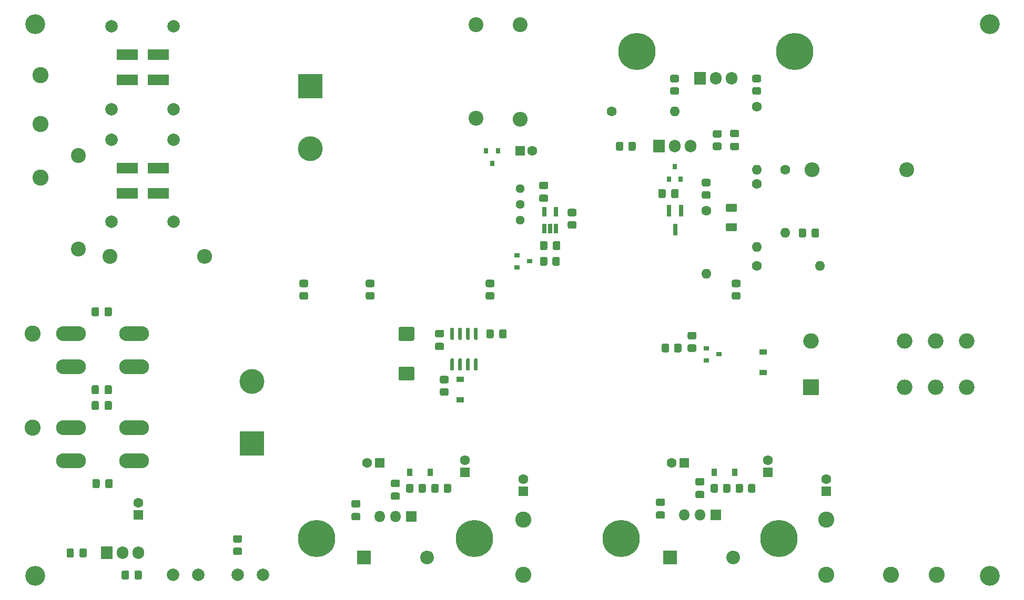
<source format=gbr>
G04 #@! TF.GenerationSoftware,KiCad,Pcbnew,(5.1.9-0-10_14)*
G04 #@! TF.CreationDate,2021-02-20T18:33:09+01:00*
G04 #@! TF.ProjectId,hv-power-supply-v1,68762d70-6f77-4657-922d-737570706c79,rev?*
G04 #@! TF.SameCoordinates,Original*
G04 #@! TF.FileFunction,Soldermask,Top*
G04 #@! TF.FilePolarity,Negative*
%FSLAX46Y46*%
G04 Gerber Fmt 4.6, Leading zero omitted, Abs format (unit mm)*
G04 Created by KiCad (PCBNEW (5.1.9-0-10_14)) date 2021-02-20 18:33:09*
%MOMM*%
%LPD*%
G01*
G04 APERTURE LIST*
%ADD10O,2.400000X2.400000*%
%ADD11C,2.400000*%
%ADD12O,4.800600X2.400300*%
%ADD13R,0.900000X1.200000*%
%ADD14C,1.600000*%
%ADD15R,1.600000X1.600000*%
%ADD16R,3.500000X1.800000*%
%ADD17C,2.000000*%
%ADD18O,1.600000X1.600000*%
%ADD19R,0.650000X1.560000*%
%ADD20O,1.905000X2.000000*%
%ADD21R,1.905000X2.000000*%
%ADD22R,0.800000X1.900000*%
%ADD23C,2.600000*%
%ADD24R,0.800000X0.900000*%
%ADD25C,1.440000*%
%ADD26O,2.500000X2.500000*%
%ADD27R,2.500000X2.500000*%
%ADD28R,1.200000X0.900000*%
%ADD29O,2.200000X2.200000*%
%ADD30R,2.200000X2.200000*%
%ADD31R,0.900000X0.800000*%
%ADD32C,4.000000*%
%ADD33R,4.000000X4.000000*%
%ADD34C,5.999480*%
%ADD35R,1.800000X1.800000*%
%ADD36O,1.800000X1.800000*%
%ADD37C,3.200000*%
G04 APERTURE END LIST*
D10*
X183604000Y-74064000D03*
D11*
X198844000Y-74064000D03*
D12*
X64351000Y-100480000D03*
X74511000Y-100480000D03*
X74511000Y-120927000D03*
X64351000Y-120927000D03*
X74511000Y-115593000D03*
X64351000Y-115593000D03*
X64351000Y-105814000D03*
X74511000Y-105814000D03*
D13*
X122136000Y-122832000D03*
X118836000Y-122832000D03*
D14*
X127724000Y-120832000D03*
D15*
X127724000Y-122832000D03*
D13*
X171156000Y-122832000D03*
X167856000Y-122832000D03*
D14*
X176492000Y-120832000D03*
D15*
X176492000Y-122832000D03*
D14*
X161030000Y-121308000D03*
D15*
X163030000Y-121308000D03*
G36*
G01*
X102266001Y-92952000D02*
X101365999Y-92952000D01*
G75*
G02*
X101116000Y-92702001I0J249999D01*
G01*
X101116000Y-92001999D01*
G75*
G02*
X101365999Y-91752000I249999J0D01*
G01*
X102266001Y-91752000D01*
G75*
G02*
X102516000Y-92001999I0J-249999D01*
G01*
X102516000Y-92702001D01*
G75*
G02*
X102266001Y-92952000I-249999J0D01*
G01*
G37*
G36*
G01*
X102266001Y-94952000D02*
X101365999Y-94952000D01*
G75*
G02*
X101116000Y-94702001I0J249999D01*
G01*
X101116000Y-94001999D01*
G75*
G02*
X101365999Y-93752000I249999J0D01*
G01*
X102266001Y-93752000D01*
G75*
G02*
X102516000Y-94001999I0J-249999D01*
G01*
X102516000Y-94702001D01*
G75*
G02*
X102266001Y-94952000I-249999J0D01*
G01*
G37*
D10*
X85814000Y-88034000D03*
D11*
X70574000Y-88034000D03*
D16*
X73368000Y-59586000D03*
X78368000Y-59586000D03*
X78368000Y-73810000D03*
X73368000Y-73810000D03*
X78368000Y-77874000D03*
X73368000Y-77874000D03*
X73368000Y-55522000D03*
X78368000Y-55522000D03*
D17*
X70828000Y-69238000D03*
X80828000Y-69238000D03*
X70828000Y-82446000D03*
X80828000Y-82446000D03*
X70828000Y-64285000D03*
X80828000Y-64285000D03*
X70828000Y-50950000D03*
X80828000Y-50950000D03*
G36*
G01*
X125842000Y-101455000D02*
X125542000Y-101455000D01*
G75*
G02*
X125392000Y-101305000I0J150000D01*
G01*
X125392000Y-99655000D01*
G75*
G02*
X125542000Y-99505000I150000J0D01*
G01*
X125842000Y-99505000D01*
G75*
G02*
X125992000Y-99655000I0J-150000D01*
G01*
X125992000Y-101305000D01*
G75*
G02*
X125842000Y-101455000I-150000J0D01*
G01*
G37*
G36*
G01*
X127112000Y-101455000D02*
X126812000Y-101455000D01*
G75*
G02*
X126662000Y-101305000I0J150000D01*
G01*
X126662000Y-99655000D01*
G75*
G02*
X126812000Y-99505000I150000J0D01*
G01*
X127112000Y-99505000D01*
G75*
G02*
X127262000Y-99655000I0J-150000D01*
G01*
X127262000Y-101305000D01*
G75*
G02*
X127112000Y-101455000I-150000J0D01*
G01*
G37*
G36*
G01*
X128382000Y-101455000D02*
X128082000Y-101455000D01*
G75*
G02*
X127932000Y-101305000I0J150000D01*
G01*
X127932000Y-99655000D01*
G75*
G02*
X128082000Y-99505000I150000J0D01*
G01*
X128382000Y-99505000D01*
G75*
G02*
X128532000Y-99655000I0J-150000D01*
G01*
X128532000Y-101305000D01*
G75*
G02*
X128382000Y-101455000I-150000J0D01*
G01*
G37*
G36*
G01*
X129652000Y-101455000D02*
X129352000Y-101455000D01*
G75*
G02*
X129202000Y-101305000I0J150000D01*
G01*
X129202000Y-99655000D01*
G75*
G02*
X129352000Y-99505000I150000J0D01*
G01*
X129652000Y-99505000D01*
G75*
G02*
X129802000Y-99655000I0J-150000D01*
G01*
X129802000Y-101305000D01*
G75*
G02*
X129652000Y-101455000I-150000J0D01*
G01*
G37*
G36*
G01*
X129652000Y-106405000D02*
X129352000Y-106405000D01*
G75*
G02*
X129202000Y-106255000I0J150000D01*
G01*
X129202000Y-104605000D01*
G75*
G02*
X129352000Y-104455000I150000J0D01*
G01*
X129652000Y-104455000D01*
G75*
G02*
X129802000Y-104605000I0J-150000D01*
G01*
X129802000Y-106255000D01*
G75*
G02*
X129652000Y-106405000I-150000J0D01*
G01*
G37*
G36*
G01*
X128382000Y-106405000D02*
X128082000Y-106405000D01*
G75*
G02*
X127932000Y-106255000I0J150000D01*
G01*
X127932000Y-104605000D01*
G75*
G02*
X128082000Y-104455000I150000J0D01*
G01*
X128382000Y-104455000D01*
G75*
G02*
X128532000Y-104605000I0J-150000D01*
G01*
X128532000Y-106255000D01*
G75*
G02*
X128382000Y-106405000I-150000J0D01*
G01*
G37*
G36*
G01*
X127112000Y-106405000D02*
X126812000Y-106405000D01*
G75*
G02*
X126662000Y-106255000I0J150000D01*
G01*
X126662000Y-104605000D01*
G75*
G02*
X126812000Y-104455000I150000J0D01*
G01*
X127112000Y-104455000D01*
G75*
G02*
X127262000Y-104605000I0J-150000D01*
G01*
X127262000Y-106255000D01*
G75*
G02*
X127112000Y-106405000I-150000J0D01*
G01*
G37*
G36*
G01*
X125842000Y-106405000D02*
X125542000Y-106405000D01*
G75*
G02*
X125392000Y-106255000I0J150000D01*
G01*
X125392000Y-104605000D01*
G75*
G02*
X125542000Y-104455000I150000J0D01*
G01*
X125842000Y-104455000D01*
G75*
G02*
X125992000Y-104605000I0J-150000D01*
G01*
X125992000Y-106255000D01*
G75*
G02*
X125842000Y-106405000I-150000J0D01*
G01*
G37*
G36*
G01*
X161956001Y-59932000D02*
X161055999Y-59932000D01*
G75*
G02*
X160806000Y-59682001I0J249999D01*
G01*
X160806000Y-58981999D01*
G75*
G02*
X161055999Y-58732000I249999J0D01*
G01*
X161956001Y-58732000D01*
G75*
G02*
X162206000Y-58981999I0J-249999D01*
G01*
X162206000Y-59682001D01*
G75*
G02*
X161956001Y-59932000I-249999J0D01*
G01*
G37*
G36*
G01*
X161956001Y-61932000D02*
X161055999Y-61932000D01*
G75*
G02*
X160806000Y-61682001I0J249999D01*
G01*
X160806000Y-60981999D01*
G75*
G02*
X161055999Y-60732000I249999J0D01*
G01*
X161956001Y-60732000D01*
G75*
G02*
X162206000Y-60981999I0J-249999D01*
G01*
X162206000Y-61682001D01*
G75*
G02*
X161956001Y-61932000I-249999J0D01*
G01*
G37*
D18*
X166586000Y-90828000D03*
D14*
X166586000Y-80668000D03*
D18*
X161506000Y-64666000D03*
D14*
X151346000Y-64666000D03*
D18*
X174714000Y-74064000D03*
D14*
X174714000Y-63904000D03*
G36*
G01*
X174263999Y-60732000D02*
X175164001Y-60732000D01*
G75*
G02*
X175414000Y-60981999I0J-249999D01*
G01*
X175414000Y-61682001D01*
G75*
G02*
X175164001Y-61932000I-249999J0D01*
G01*
X174263999Y-61932000D01*
G75*
G02*
X174014000Y-61682001I0J249999D01*
G01*
X174014000Y-60981999D01*
G75*
G02*
X174263999Y-60732000I249999J0D01*
G01*
G37*
G36*
G01*
X174263999Y-58732000D02*
X175164001Y-58732000D01*
G75*
G02*
X175414000Y-58981999I0J-249999D01*
G01*
X175414000Y-59682001D01*
G75*
G02*
X175164001Y-59932000I-249999J0D01*
G01*
X174263999Y-59932000D01*
G75*
G02*
X174014000Y-59682001I0J249999D01*
G01*
X174014000Y-58981999D01*
G75*
G02*
X174263999Y-58732000I249999J0D01*
G01*
G37*
G36*
G01*
X169999998Y-82622500D02*
X171300002Y-82622500D01*
G75*
G02*
X171550000Y-82872498I0J-249998D01*
G01*
X171550000Y-83697502D01*
G75*
G02*
X171300002Y-83947500I-249998J0D01*
G01*
X169999998Y-83947500D01*
G75*
G02*
X169750000Y-83697502I0J249998D01*
G01*
X169750000Y-82872498D01*
G75*
G02*
X169999998Y-82622500I249998J0D01*
G01*
G37*
G36*
G01*
X169999998Y-79497500D02*
X171300002Y-79497500D01*
G75*
G02*
X171550000Y-79747498I0J-249998D01*
G01*
X171550000Y-80572502D01*
G75*
G02*
X171300002Y-80822500I-249998J0D01*
G01*
X169999998Y-80822500D01*
G75*
G02*
X169750000Y-80572502I0J249998D01*
G01*
X169750000Y-79747498D01*
G75*
G02*
X169999998Y-79497500I249998J0D01*
G01*
G37*
G36*
G01*
X183567500Y-84699000D02*
X183567500Y-83749000D01*
G75*
G02*
X183817500Y-83499000I250000J0D01*
G01*
X184492500Y-83499000D01*
G75*
G02*
X184742500Y-83749000I0J-250000D01*
G01*
X184742500Y-84699000D01*
G75*
G02*
X184492500Y-84949000I-250000J0D01*
G01*
X183817500Y-84949000D01*
G75*
G02*
X183567500Y-84699000I0J250000D01*
G01*
G37*
G36*
G01*
X181492500Y-84699000D02*
X181492500Y-83749000D01*
G75*
G02*
X181742500Y-83499000I250000J0D01*
G01*
X182417500Y-83499000D01*
G75*
G02*
X182667500Y-83749000I0J-250000D01*
G01*
X182667500Y-84699000D01*
G75*
G02*
X182417500Y-84949000I-250000J0D01*
G01*
X181742500Y-84949000D01*
G75*
G02*
X181492500Y-84699000I0J250000D01*
G01*
G37*
D19*
X140490000Y-80842000D03*
X142390000Y-80842000D03*
X142390000Y-83542000D03*
X141440000Y-83542000D03*
X140490000Y-83542000D03*
D20*
X170650000Y-59332000D03*
X168110000Y-59332000D03*
D21*
X165570000Y-59332000D03*
D22*
X161572000Y-83668000D03*
X160622000Y-80668000D03*
X162522000Y-80668000D03*
D20*
X164046000Y-70254000D03*
X161506000Y-70254000D03*
D21*
X158966000Y-70254000D03*
G36*
G01*
X171862001Y-92952000D02*
X170961999Y-92952000D01*
G75*
G02*
X170712000Y-92702001I0J249999D01*
G01*
X170712000Y-92001999D01*
G75*
G02*
X170961999Y-91752000I249999J0D01*
G01*
X171862001Y-91752000D01*
G75*
G02*
X172112000Y-92001999I0J-249999D01*
G01*
X172112000Y-92702001D01*
G75*
G02*
X171862001Y-92952000I-249999J0D01*
G01*
G37*
G36*
G01*
X171862001Y-94952000D02*
X170961999Y-94952000D01*
G75*
G02*
X170712000Y-94702001I0J249999D01*
G01*
X170712000Y-94001999D01*
G75*
G02*
X170961999Y-93752000I249999J0D01*
G01*
X171862001Y-93752000D01*
G75*
G02*
X172112000Y-94001999I0J-249999D01*
G01*
X172112000Y-94702001D01*
G75*
G02*
X171862001Y-94952000I-249999J0D01*
G01*
G37*
G36*
G01*
X132238001Y-92952000D02*
X131337999Y-92952000D01*
G75*
G02*
X131088000Y-92702001I0J249999D01*
G01*
X131088000Y-92001999D01*
G75*
G02*
X131337999Y-91752000I249999J0D01*
G01*
X132238001Y-91752000D01*
G75*
G02*
X132488000Y-92001999I0J-249999D01*
G01*
X132488000Y-92702001D01*
G75*
G02*
X132238001Y-92952000I-249999J0D01*
G01*
G37*
G36*
G01*
X132238001Y-94952000D02*
X131337999Y-94952000D01*
G75*
G02*
X131088000Y-94702001I0J249999D01*
G01*
X131088000Y-94001999D01*
G75*
G02*
X131337999Y-93752000I249999J0D01*
G01*
X132238001Y-93752000D01*
G75*
G02*
X132488000Y-94001999I0J-249999D01*
G01*
X132488000Y-94702001D01*
G75*
G02*
X132238001Y-94952000I-249999J0D01*
G01*
G37*
G36*
G01*
X112934001Y-92952000D02*
X112033999Y-92952000D01*
G75*
G02*
X111784000Y-92702001I0J249999D01*
G01*
X111784000Y-92001999D01*
G75*
G02*
X112033999Y-91752000I249999J0D01*
G01*
X112934001Y-91752000D01*
G75*
G02*
X113184000Y-92001999I0J-249999D01*
G01*
X113184000Y-92702001D01*
G75*
G02*
X112934001Y-92952000I-249999J0D01*
G01*
G37*
G36*
G01*
X112934001Y-94952000D02*
X112033999Y-94952000D01*
G75*
G02*
X111784000Y-94702001I0J249999D01*
G01*
X111784000Y-94001999D01*
G75*
G02*
X112033999Y-93752000I249999J0D01*
G01*
X112934001Y-93752000D01*
G75*
G02*
X113184000Y-94001999I0J-249999D01*
G01*
X113184000Y-94702001D01*
G75*
G02*
X112934001Y-94952000I-249999J0D01*
G01*
G37*
G36*
G01*
X166135999Y-77496000D02*
X167036001Y-77496000D01*
G75*
G02*
X167286000Y-77745999I0J-249999D01*
G01*
X167286000Y-78446001D01*
G75*
G02*
X167036001Y-78696000I-249999J0D01*
G01*
X166135999Y-78696000D01*
G75*
G02*
X165886000Y-78446001I0J249999D01*
G01*
X165886000Y-77745999D01*
G75*
G02*
X166135999Y-77496000I249999J0D01*
G01*
G37*
G36*
G01*
X166135999Y-75496000D02*
X167036001Y-75496000D01*
G75*
G02*
X167286000Y-75745999I0J-249999D01*
G01*
X167286000Y-76446001D01*
G75*
G02*
X167036001Y-76696000I-249999J0D01*
G01*
X166135999Y-76696000D01*
G75*
G02*
X165886000Y-76446001I0J249999D01*
G01*
X165886000Y-75745999D01*
G75*
G02*
X166135999Y-75496000I249999J0D01*
G01*
G37*
G36*
G01*
X169288000Y-125822001D02*
X169288000Y-124921999D01*
G75*
G02*
X169537999Y-124672000I249999J0D01*
G01*
X170238001Y-124672000D01*
G75*
G02*
X170488000Y-124921999I0J-249999D01*
G01*
X170488000Y-125822001D01*
G75*
G02*
X170238001Y-126072000I-249999J0D01*
G01*
X169537999Y-126072000D01*
G75*
G02*
X169288000Y-125822001I0J249999D01*
G01*
G37*
G36*
G01*
X167288000Y-125822001D02*
X167288000Y-124921999D01*
G75*
G02*
X167537999Y-124672000I249999J0D01*
G01*
X168238001Y-124672000D01*
G75*
G02*
X168488000Y-124921999I0J-249999D01*
G01*
X168488000Y-125822001D01*
G75*
G02*
X168238001Y-126072000I-249999J0D01*
G01*
X167537999Y-126072000D01*
G75*
G02*
X167288000Y-125822001I0J249999D01*
G01*
G37*
G36*
G01*
X120266000Y-125822001D02*
X120266000Y-124921999D01*
G75*
G02*
X120515999Y-124672000I249999J0D01*
G01*
X121216001Y-124672000D01*
G75*
G02*
X121466000Y-124921999I0J-249999D01*
G01*
X121466000Y-125822001D01*
G75*
G02*
X121216001Y-126072000I-249999J0D01*
G01*
X120515999Y-126072000D01*
G75*
G02*
X120266000Y-125822001I0J249999D01*
G01*
G37*
G36*
G01*
X118266000Y-125822001D02*
X118266000Y-124921999D01*
G75*
G02*
X118515999Y-124672000I249999J0D01*
G01*
X119216001Y-124672000D01*
G75*
G02*
X119466000Y-124921999I0J-249999D01*
G01*
X119466000Y-125822001D01*
G75*
G02*
X119216001Y-126072000I-249999J0D01*
G01*
X118515999Y-126072000D01*
G75*
G02*
X118266000Y-125822001I0J249999D01*
G01*
G37*
G36*
G01*
X124330000Y-125822001D02*
X124330000Y-124921999D01*
G75*
G02*
X124579999Y-124672000I249999J0D01*
G01*
X125280001Y-124672000D01*
G75*
G02*
X125530000Y-124921999I0J-249999D01*
G01*
X125530000Y-125822001D01*
G75*
G02*
X125280001Y-126072000I-249999J0D01*
G01*
X124579999Y-126072000D01*
G75*
G02*
X124330000Y-125822001I0J249999D01*
G01*
G37*
G36*
G01*
X122330000Y-125822001D02*
X122330000Y-124921999D01*
G75*
G02*
X122579999Y-124672000I249999J0D01*
G01*
X123280001Y-124672000D01*
G75*
G02*
X123530000Y-124921999I0J-249999D01*
G01*
X123530000Y-125822001D01*
G75*
G02*
X123280001Y-126072000I-249999J0D01*
G01*
X122579999Y-126072000D01*
G75*
G02*
X122330000Y-125822001I0J249999D01*
G01*
G37*
G36*
G01*
X173320000Y-125822001D02*
X173320000Y-124921999D01*
G75*
G02*
X173569999Y-124672000I249999J0D01*
G01*
X174270001Y-124672000D01*
G75*
G02*
X174520000Y-124921999I0J-249999D01*
G01*
X174520000Y-125822001D01*
G75*
G02*
X174270001Y-126072000I-249999J0D01*
G01*
X173569999Y-126072000D01*
G75*
G02*
X173320000Y-125822001I0J249999D01*
G01*
G37*
G36*
G01*
X171320000Y-125822001D02*
X171320000Y-124921999D01*
G75*
G02*
X171569999Y-124672000I249999J0D01*
G01*
X172270001Y-124672000D01*
G75*
G02*
X172520000Y-124921999I0J-249999D01*
G01*
X172520000Y-125822001D01*
G75*
G02*
X172270001Y-126072000I-249999J0D01*
G01*
X171569999Y-126072000D01*
G75*
G02*
X171320000Y-125822001I0J249999D01*
G01*
G37*
G36*
G01*
X90697999Y-134916000D02*
X91598001Y-134916000D01*
G75*
G02*
X91848000Y-135165999I0J-249999D01*
G01*
X91848000Y-135866001D01*
G75*
G02*
X91598001Y-136116000I-249999J0D01*
G01*
X90697999Y-136116000D01*
G75*
G02*
X90448000Y-135866001I0J249999D01*
G01*
X90448000Y-135165999D01*
G75*
G02*
X90697999Y-134916000I249999J0D01*
G01*
G37*
G36*
G01*
X90697999Y-132916000D02*
X91598001Y-132916000D01*
G75*
G02*
X91848000Y-133165999I0J-249999D01*
G01*
X91848000Y-133866001D01*
G75*
G02*
X91598001Y-134116000I-249999J0D01*
G01*
X90697999Y-134116000D01*
G75*
G02*
X90448000Y-133866001I0J249999D01*
G01*
X90448000Y-133165999D01*
G75*
G02*
X90697999Y-132916000I249999J0D01*
G01*
G37*
G36*
G01*
X164750001Y-101366000D02*
X163849999Y-101366000D01*
G75*
G02*
X163600000Y-101116001I0J249999D01*
G01*
X163600000Y-100415999D01*
G75*
G02*
X163849999Y-100166000I249999J0D01*
G01*
X164750001Y-100166000D01*
G75*
G02*
X165000000Y-100415999I0J-249999D01*
G01*
X165000000Y-101116001D01*
G75*
G02*
X164750001Y-101366000I-249999J0D01*
G01*
G37*
G36*
G01*
X164750001Y-103366000D02*
X163849999Y-103366000D01*
G75*
G02*
X163600000Y-103116001I0J249999D01*
G01*
X163600000Y-102415999D01*
G75*
G02*
X163849999Y-102166000I249999J0D01*
G01*
X164750001Y-102166000D01*
G75*
G02*
X165000000Y-102415999I0J-249999D01*
G01*
X165000000Y-103116001D01*
G75*
G02*
X164750001Y-103366000I-249999J0D01*
G01*
G37*
G36*
G01*
X161414000Y-103216001D02*
X161414000Y-102315999D01*
G75*
G02*
X161663999Y-102066000I249999J0D01*
G01*
X162364001Y-102066000D01*
G75*
G02*
X162614000Y-102315999I0J-249999D01*
G01*
X162614000Y-103216001D01*
G75*
G02*
X162364001Y-103466000I-249999J0D01*
G01*
X161663999Y-103466000D01*
G75*
G02*
X161414000Y-103216001I0J249999D01*
G01*
G37*
G36*
G01*
X159414000Y-103216001D02*
X159414000Y-102315999D01*
G75*
G02*
X159663999Y-102066000I249999J0D01*
G01*
X160364001Y-102066000D01*
G75*
G02*
X160614000Y-102315999I0J-249999D01*
G01*
X160614000Y-103216001D01*
G75*
G02*
X160364001Y-103466000I-249999J0D01*
G01*
X159663999Y-103466000D01*
G75*
G02*
X159414000Y-103216001I0J249999D01*
G01*
G37*
G36*
G01*
X123971999Y-109246000D02*
X124872001Y-109246000D01*
G75*
G02*
X125122000Y-109495999I0J-249999D01*
G01*
X125122000Y-110196001D01*
G75*
G02*
X124872001Y-110446000I-249999J0D01*
G01*
X123971999Y-110446000D01*
G75*
G02*
X123722000Y-110196001I0J249999D01*
G01*
X123722000Y-109495999D01*
G75*
G02*
X123971999Y-109246000I249999J0D01*
G01*
G37*
G36*
G01*
X123971999Y-107246000D02*
X124872001Y-107246000D01*
G75*
G02*
X125122000Y-107495999I0J-249999D01*
G01*
X125122000Y-108196001D01*
G75*
G02*
X124872001Y-108446000I-249999J0D01*
G01*
X123971999Y-108446000D01*
G75*
G02*
X123722000Y-108196001I0J249999D01*
G01*
X123722000Y-107495999D01*
G75*
G02*
X123971999Y-107246000I249999J0D01*
G01*
G37*
G36*
G01*
X166045000Y-124900500D02*
X165095000Y-124900500D01*
G75*
G02*
X164845000Y-124650500I0J250000D01*
G01*
X164845000Y-123975500D01*
G75*
G02*
X165095000Y-123725500I250000J0D01*
G01*
X166045000Y-123725500D01*
G75*
G02*
X166295000Y-123975500I0J-250000D01*
G01*
X166295000Y-124650500D01*
G75*
G02*
X166045000Y-124900500I-250000J0D01*
G01*
G37*
G36*
G01*
X166045000Y-126975500D02*
X165095000Y-126975500D01*
G75*
G02*
X164845000Y-126725500I0J250000D01*
G01*
X164845000Y-126050500D01*
G75*
G02*
X165095000Y-125800500I250000J0D01*
G01*
X166045000Y-125800500D01*
G75*
G02*
X166295000Y-126050500I0J-250000D01*
G01*
X166295000Y-126725500D01*
G75*
G02*
X166045000Y-126975500I-250000J0D01*
G01*
G37*
G36*
G01*
X117023000Y-125154500D02*
X116073000Y-125154500D01*
G75*
G02*
X115823000Y-124904500I0J250000D01*
G01*
X115823000Y-124229500D01*
G75*
G02*
X116073000Y-123979500I250000J0D01*
G01*
X117023000Y-123979500D01*
G75*
G02*
X117273000Y-124229500I0J-250000D01*
G01*
X117273000Y-124904500D01*
G75*
G02*
X117023000Y-125154500I-250000J0D01*
G01*
G37*
G36*
G01*
X117023000Y-127229500D02*
X116073000Y-127229500D01*
G75*
G02*
X115823000Y-126979500I0J250000D01*
G01*
X115823000Y-126304500D01*
G75*
G02*
X116073000Y-126054500I250000J0D01*
G01*
X117023000Y-126054500D01*
G75*
G02*
X117273000Y-126304500I0J-250000D01*
G01*
X117273000Y-126979500D01*
G75*
G02*
X117023000Y-127229500I-250000J0D01*
G01*
G37*
G36*
G01*
X159695000Y-128202500D02*
X158745000Y-128202500D01*
G75*
G02*
X158495000Y-127952500I0J250000D01*
G01*
X158495000Y-127277500D01*
G75*
G02*
X158745000Y-127027500I250000J0D01*
G01*
X159695000Y-127027500D01*
G75*
G02*
X159945000Y-127277500I0J-250000D01*
G01*
X159945000Y-127952500D01*
G75*
G02*
X159695000Y-128202500I-250000J0D01*
G01*
G37*
G36*
G01*
X159695000Y-130277500D02*
X158745000Y-130277500D01*
G75*
G02*
X158495000Y-130027500I0J250000D01*
G01*
X158495000Y-129352500D01*
G75*
G02*
X158745000Y-129102500I250000J0D01*
G01*
X159695000Y-129102500D01*
G75*
G02*
X159945000Y-129352500I0J-250000D01*
G01*
X159945000Y-130027500D01*
G75*
G02*
X159695000Y-130277500I-250000J0D01*
G01*
G37*
G36*
G01*
X110673000Y-128456500D02*
X109723000Y-128456500D01*
G75*
G02*
X109473000Y-128206500I0J250000D01*
G01*
X109473000Y-127531500D01*
G75*
G02*
X109723000Y-127281500I250000J0D01*
G01*
X110673000Y-127281500D01*
G75*
G02*
X110923000Y-127531500I0J-250000D01*
G01*
X110923000Y-128206500D01*
G75*
G02*
X110673000Y-128456500I-250000J0D01*
G01*
G37*
G36*
G01*
X110673000Y-130531500D02*
X109723000Y-130531500D01*
G75*
G02*
X109473000Y-130281500I0J250000D01*
G01*
X109473000Y-129606500D01*
G75*
G02*
X109723000Y-129356500I250000J0D01*
G01*
X110673000Y-129356500D01*
G75*
G02*
X110923000Y-129606500I0J-250000D01*
G01*
X110923000Y-130281500D01*
G75*
G02*
X110673000Y-130531500I-250000J0D01*
G01*
G37*
G36*
G01*
X123185000Y-101924500D02*
X124135000Y-101924500D01*
G75*
G02*
X124385000Y-102174500I0J-250000D01*
G01*
X124385000Y-102849500D01*
G75*
G02*
X124135000Y-103099500I-250000J0D01*
G01*
X123185000Y-103099500D01*
G75*
G02*
X122935000Y-102849500I0J250000D01*
G01*
X122935000Y-102174500D01*
G75*
G02*
X123185000Y-101924500I250000J0D01*
G01*
G37*
G36*
G01*
X123185000Y-99849500D02*
X124135000Y-99849500D01*
G75*
G02*
X124385000Y-100099500I0J-250000D01*
G01*
X124385000Y-100774500D01*
G75*
G02*
X124135000Y-101024500I-250000J0D01*
G01*
X123185000Y-101024500D01*
G75*
G02*
X122935000Y-100774500I0J250000D01*
G01*
X122935000Y-100099500D01*
G75*
G02*
X123185000Y-99849500I250000J0D01*
G01*
G37*
G36*
G01*
X133275500Y-100955000D02*
X133275500Y-100005000D01*
G75*
G02*
X133525500Y-99755000I250000J0D01*
G01*
X134200500Y-99755000D01*
G75*
G02*
X134450500Y-100005000I0J-250000D01*
G01*
X134450500Y-100955000D01*
G75*
G02*
X134200500Y-101205000I-250000J0D01*
G01*
X133525500Y-101205000D01*
G75*
G02*
X133275500Y-100955000I0J250000D01*
G01*
G37*
G36*
G01*
X131200500Y-100955000D02*
X131200500Y-100005000D01*
G75*
G02*
X131450500Y-99755000I250000J0D01*
G01*
X132125500Y-99755000D01*
G75*
G02*
X132375500Y-100005000I0J-250000D01*
G01*
X132375500Y-100955000D01*
G75*
G02*
X132125500Y-101205000I-250000J0D01*
G01*
X131450500Y-101205000D01*
G75*
G02*
X131200500Y-100955000I0J250000D01*
G01*
G37*
G36*
G01*
X73658500Y-138867000D02*
X73658500Y-139817000D01*
G75*
G02*
X73408500Y-140067000I-250000J0D01*
G01*
X72733500Y-140067000D01*
G75*
G02*
X72483500Y-139817000I0J250000D01*
G01*
X72483500Y-138867000D01*
G75*
G02*
X72733500Y-138617000I250000J0D01*
G01*
X73408500Y-138617000D01*
G75*
G02*
X73658500Y-138867000I0J-250000D01*
G01*
G37*
G36*
G01*
X75733500Y-138867000D02*
X75733500Y-139817000D01*
G75*
G02*
X75483500Y-140067000I-250000J0D01*
G01*
X74808500Y-140067000D01*
G75*
G02*
X74558500Y-139817000I0J250000D01*
G01*
X74558500Y-138867000D01*
G75*
G02*
X74808500Y-138617000I250000J0D01*
G01*
X75483500Y-138617000D01*
G75*
G02*
X75733500Y-138867000I0J-250000D01*
G01*
G37*
G36*
G01*
X64790000Y-135311000D02*
X64790000Y-136261000D01*
G75*
G02*
X64540000Y-136511000I-250000J0D01*
G01*
X63865000Y-136511000D01*
G75*
G02*
X63615000Y-136261000I0J250000D01*
G01*
X63615000Y-135311000D01*
G75*
G02*
X63865000Y-135061000I250000J0D01*
G01*
X64540000Y-135061000D01*
G75*
G02*
X64790000Y-135311000I0J-250000D01*
G01*
G37*
G36*
G01*
X66865000Y-135311000D02*
X66865000Y-136261000D01*
G75*
G02*
X66615000Y-136511000I-250000J0D01*
G01*
X65940000Y-136511000D01*
G75*
G02*
X65690000Y-136261000I0J250000D01*
G01*
X65690000Y-135311000D01*
G75*
G02*
X65940000Y-135061000I250000J0D01*
G01*
X66615000Y-135061000D01*
G75*
G02*
X66865000Y-135311000I0J-250000D01*
G01*
G37*
D20*
X75146000Y-135786000D03*
X72606000Y-135786000D03*
D21*
X70066000Y-135786000D03*
D23*
X137122000Y-139342000D03*
X137122000Y-130452000D03*
X185890000Y-139342000D03*
X185890000Y-130452000D03*
X58128000Y-100480000D03*
X58128000Y-115593000D03*
X59398000Y-75334000D03*
X59398000Y-66698000D03*
X59398000Y-58824000D03*
D14*
X137122000Y-123880000D03*
D15*
X137122000Y-125880000D03*
D14*
X185890000Y-123880000D03*
D15*
X185890000Y-125880000D03*
D14*
X112008000Y-121308000D03*
D15*
X114008000Y-121308000D03*
G36*
G01*
X117300999Y-105755000D02*
X119351001Y-105755000D01*
G75*
G02*
X119601000Y-106004999I0J-249999D01*
G01*
X119601000Y-107755001D01*
G75*
G02*
X119351001Y-108005000I-249999J0D01*
G01*
X117300999Y-108005000D01*
G75*
G02*
X117051000Y-107755001I0J249999D01*
G01*
X117051000Y-106004999D01*
G75*
G02*
X117300999Y-105755000I249999J0D01*
G01*
G37*
G36*
G01*
X117300999Y-99355000D02*
X119351001Y-99355000D01*
G75*
G02*
X119601000Y-99604999I0J-249999D01*
G01*
X119601000Y-101355001D01*
G75*
G02*
X119351001Y-101605000I-249999J0D01*
G01*
X117300999Y-101605000D01*
G75*
G02*
X117051000Y-101355001I0J249999D01*
G01*
X117051000Y-99604999D01*
G75*
G02*
X117300999Y-99355000I249999J0D01*
G01*
G37*
D14*
X75146000Y-127690000D03*
D15*
X75146000Y-129690000D03*
D24*
X132108000Y-73016000D03*
X131158000Y-71016000D03*
X133058000Y-71016000D03*
D25*
X136614000Y-82192000D03*
X136614000Y-79652000D03*
X136614000Y-77112000D03*
D26*
X183496000Y-101616000D03*
X198496000Y-101616000D03*
X203496000Y-101616000D03*
X208496000Y-101616000D03*
X208496000Y-109116000D03*
X203496000Y-109116000D03*
X198496000Y-109116000D03*
D27*
X183496000Y-109116000D03*
D18*
X179286000Y-84224000D03*
D14*
X179286000Y-74064000D03*
G36*
G01*
X167913999Y-69654000D02*
X168814001Y-69654000D01*
G75*
G02*
X169064000Y-69903999I0J-249999D01*
G01*
X169064000Y-70604001D01*
G75*
G02*
X168814001Y-70854000I-249999J0D01*
G01*
X167913999Y-70854000D01*
G75*
G02*
X167664000Y-70604001I0J249999D01*
G01*
X167664000Y-69903999D01*
G75*
G02*
X167913999Y-69654000I249999J0D01*
G01*
G37*
G36*
G01*
X167913999Y-67654000D02*
X168814001Y-67654000D01*
G75*
G02*
X169064000Y-67903999I0J-249999D01*
G01*
X169064000Y-68604001D01*
G75*
G02*
X168814001Y-68854000I-249999J0D01*
G01*
X167913999Y-68854000D01*
G75*
G02*
X167664000Y-68604001I0J249999D01*
G01*
X167664000Y-67903999D01*
G75*
G02*
X167913999Y-67654000I249999J0D01*
G01*
G37*
G36*
G01*
X141024000Y-88345999D02*
X141024000Y-89246001D01*
G75*
G02*
X140774001Y-89496000I-249999J0D01*
G01*
X140073999Y-89496000D01*
G75*
G02*
X139824000Y-89246001I0J249999D01*
G01*
X139824000Y-88345999D01*
G75*
G02*
X140073999Y-88096000I249999J0D01*
G01*
X140774001Y-88096000D01*
G75*
G02*
X141024000Y-88345999I0J-249999D01*
G01*
G37*
G36*
G01*
X143024000Y-88345999D02*
X143024000Y-89246001D01*
G75*
G02*
X142774001Y-89496000I-249999J0D01*
G01*
X142073999Y-89496000D01*
G75*
G02*
X141824000Y-89246001I0J249999D01*
G01*
X141824000Y-88345999D01*
G75*
G02*
X142073999Y-88096000I249999J0D01*
G01*
X142774001Y-88096000D01*
G75*
G02*
X143024000Y-88345999I0J-249999D01*
G01*
G37*
G36*
G01*
X153248000Y-69803999D02*
X153248000Y-70704001D01*
G75*
G02*
X152998001Y-70954000I-249999J0D01*
G01*
X152297999Y-70954000D01*
G75*
G02*
X152048000Y-70704001I0J249999D01*
G01*
X152048000Y-69803999D01*
G75*
G02*
X152297999Y-69554000I249999J0D01*
G01*
X152998001Y-69554000D01*
G75*
G02*
X153248000Y-69803999I0J-249999D01*
G01*
G37*
G36*
G01*
X155248000Y-69803999D02*
X155248000Y-70704001D01*
G75*
G02*
X154998001Y-70954000I-249999J0D01*
G01*
X154297999Y-70954000D01*
G75*
G02*
X154048000Y-70704001I0J249999D01*
G01*
X154048000Y-69803999D01*
G75*
G02*
X154297999Y-69554000I249999J0D01*
G01*
X154998001Y-69554000D01*
G75*
G02*
X155248000Y-69803999I0J-249999D01*
G01*
G37*
G36*
G01*
X145446001Y-81522000D02*
X144545999Y-81522000D01*
G75*
G02*
X144296000Y-81272001I0J249999D01*
G01*
X144296000Y-80571999D01*
G75*
G02*
X144545999Y-80322000I249999J0D01*
G01*
X145446001Y-80322000D01*
G75*
G02*
X145696000Y-80571999I0J-249999D01*
G01*
X145696000Y-81272001D01*
G75*
G02*
X145446001Y-81522000I-249999J0D01*
G01*
G37*
G36*
G01*
X145446001Y-83522000D02*
X144545999Y-83522000D01*
G75*
G02*
X144296000Y-83272001I0J249999D01*
G01*
X144296000Y-82571999D01*
G75*
G02*
X144545999Y-82322000I249999J0D01*
G01*
X145446001Y-82322000D01*
G75*
G02*
X145696000Y-82571999I0J-249999D01*
G01*
X145696000Y-83272001D01*
G75*
G02*
X145446001Y-83522000I-249999J0D01*
G01*
G37*
D10*
X136614000Y-65936000D03*
D11*
X136614000Y-50696000D03*
D18*
X184874000Y-89558000D03*
D14*
X174714000Y-89558000D03*
D18*
X174714000Y-86510000D03*
D14*
X174714000Y-76350000D03*
D17*
X84798000Y-139342000D03*
X80734000Y-139342000D03*
X95212000Y-139342000D03*
X91148000Y-139342000D03*
D23*
X196304000Y-139342000D03*
X203670000Y-139342000D03*
D28*
X175730000Y-103402000D03*
X175730000Y-106702000D03*
D24*
X161506000Y-73556000D03*
X162456000Y-75556000D03*
X160556000Y-75556000D03*
D29*
X121628000Y-136548000D03*
D30*
X111468000Y-136548000D03*
D29*
X170904000Y-136548000D03*
D30*
X160744000Y-136548000D03*
D31*
X138138000Y-88796000D03*
X136138000Y-89746000D03*
X136138000Y-87846000D03*
D28*
X126962000Y-111146000D03*
X126962000Y-107846000D03*
D32*
X93434000Y-108133000D03*
D33*
X93434000Y-118133000D03*
G36*
G01*
X68959500Y-124135000D02*
X68959500Y-125085000D01*
G75*
G02*
X68709500Y-125335000I-250000J0D01*
G01*
X68034500Y-125335000D01*
G75*
G02*
X67784500Y-125085000I0J250000D01*
G01*
X67784500Y-124135000D01*
G75*
G02*
X68034500Y-123885000I250000J0D01*
G01*
X68709500Y-123885000D01*
G75*
G02*
X68959500Y-124135000I0J-250000D01*
G01*
G37*
G36*
G01*
X71034500Y-124135000D02*
X71034500Y-125085000D01*
G75*
G02*
X70784500Y-125335000I-250000J0D01*
G01*
X70109500Y-125335000D01*
G75*
G02*
X69859500Y-125085000I0J250000D01*
G01*
X69859500Y-124135000D01*
G75*
G02*
X70109500Y-123885000I250000J0D01*
G01*
X70784500Y-123885000D01*
G75*
G02*
X71034500Y-124135000I0J-250000D01*
G01*
G37*
G36*
G01*
X69732500Y-112512000D02*
X69732500Y-111562000D01*
G75*
G02*
X69982500Y-111312000I250000J0D01*
G01*
X70657500Y-111312000D01*
G75*
G02*
X70907500Y-111562000I0J-250000D01*
G01*
X70907500Y-112512000D01*
G75*
G02*
X70657500Y-112762000I-250000J0D01*
G01*
X69982500Y-112762000D01*
G75*
G02*
X69732500Y-112512000I0J250000D01*
G01*
G37*
G36*
G01*
X67657500Y-112512000D02*
X67657500Y-111562000D01*
G75*
G02*
X67907500Y-111312000I250000J0D01*
G01*
X68582500Y-111312000D01*
G75*
G02*
X68832500Y-111562000I0J-250000D01*
G01*
X68832500Y-112512000D01*
G75*
G02*
X68582500Y-112762000I-250000J0D01*
G01*
X67907500Y-112762000D01*
G75*
G02*
X67657500Y-112512000I0J250000D01*
G01*
G37*
G36*
G01*
X68832500Y-96449000D02*
X68832500Y-97399000D01*
G75*
G02*
X68582500Y-97649000I-250000J0D01*
G01*
X67907500Y-97649000D01*
G75*
G02*
X67657500Y-97399000I0J250000D01*
G01*
X67657500Y-96449000D01*
G75*
G02*
X67907500Y-96199000I250000J0D01*
G01*
X68582500Y-96199000D01*
G75*
G02*
X68832500Y-96449000I0J-250000D01*
G01*
G37*
G36*
G01*
X70907500Y-96449000D02*
X70907500Y-97399000D01*
G75*
G02*
X70657500Y-97649000I-250000J0D01*
G01*
X69982500Y-97649000D01*
G75*
G02*
X69732500Y-97399000I0J250000D01*
G01*
X69732500Y-96449000D01*
G75*
G02*
X69982500Y-96199000I250000J0D01*
G01*
X70657500Y-96199000D01*
G75*
G02*
X70907500Y-96449000I0J-250000D01*
G01*
G37*
G36*
G01*
X160061500Y-77399000D02*
X160061500Y-78349000D01*
G75*
G02*
X159811500Y-78599000I-250000J0D01*
G01*
X159136500Y-78599000D01*
G75*
G02*
X158886500Y-78349000I0J250000D01*
G01*
X158886500Y-77399000D01*
G75*
G02*
X159136500Y-77149000I250000J0D01*
G01*
X159811500Y-77149000D01*
G75*
G02*
X160061500Y-77399000I0J-250000D01*
G01*
G37*
G36*
G01*
X162136500Y-77399000D02*
X162136500Y-78349000D01*
G75*
G02*
X161886500Y-78599000I-250000J0D01*
G01*
X161211500Y-78599000D01*
G75*
G02*
X160961500Y-78349000I0J250000D01*
G01*
X160961500Y-77399000D01*
G75*
G02*
X161211500Y-77149000I250000J0D01*
G01*
X161886500Y-77149000D01*
G75*
G02*
X162136500Y-77399000I0J-250000D01*
G01*
G37*
D14*
X138614000Y-71016000D03*
D15*
X136614000Y-71016000D03*
G36*
G01*
X171633000Y-68788000D02*
X170683000Y-68788000D01*
G75*
G02*
X170433000Y-68538000I0J250000D01*
G01*
X170433000Y-67863000D01*
G75*
G02*
X170683000Y-67613000I250000J0D01*
G01*
X171633000Y-67613000D01*
G75*
G02*
X171883000Y-67863000I0J-250000D01*
G01*
X171883000Y-68538000D01*
G75*
G02*
X171633000Y-68788000I-250000J0D01*
G01*
G37*
G36*
G01*
X171633000Y-70863000D02*
X170683000Y-70863000D01*
G75*
G02*
X170433000Y-70613000I0J250000D01*
G01*
X170433000Y-69938000D01*
G75*
G02*
X170683000Y-69688000I250000J0D01*
G01*
X171633000Y-69688000D01*
G75*
G02*
X171883000Y-69938000I0J-250000D01*
G01*
X171883000Y-70613000D01*
G75*
G02*
X171633000Y-70863000I-250000J0D01*
G01*
G37*
G36*
G01*
X140899000Y-77148500D02*
X139949000Y-77148500D01*
G75*
G02*
X139699000Y-76898500I0J250000D01*
G01*
X139699000Y-76223500D01*
G75*
G02*
X139949000Y-75973500I250000J0D01*
G01*
X140899000Y-75973500D01*
G75*
G02*
X141149000Y-76223500I0J-250000D01*
G01*
X141149000Y-76898500D01*
G75*
G02*
X140899000Y-77148500I-250000J0D01*
G01*
G37*
G36*
G01*
X140899000Y-79223500D02*
X139949000Y-79223500D01*
G75*
G02*
X139699000Y-78973500I0J250000D01*
G01*
X139699000Y-78298500D01*
G75*
G02*
X139949000Y-78048500I250000J0D01*
G01*
X140899000Y-78048500D01*
G75*
G02*
X141149000Y-78298500I0J-250000D01*
G01*
X141149000Y-78973500D01*
G75*
G02*
X140899000Y-79223500I-250000J0D01*
G01*
G37*
G36*
G01*
X141911500Y-86731000D02*
X141911500Y-85781000D01*
G75*
G02*
X142161500Y-85531000I250000J0D01*
G01*
X142836500Y-85531000D01*
G75*
G02*
X143086500Y-85781000I0J-250000D01*
G01*
X143086500Y-86731000D01*
G75*
G02*
X142836500Y-86981000I-250000J0D01*
G01*
X142161500Y-86981000D01*
G75*
G02*
X141911500Y-86731000I0J250000D01*
G01*
G37*
G36*
G01*
X139836500Y-86731000D02*
X139836500Y-85781000D01*
G75*
G02*
X140086500Y-85531000I250000J0D01*
G01*
X140761500Y-85531000D01*
G75*
G02*
X141011500Y-85781000I0J-250000D01*
G01*
X141011500Y-86731000D01*
G75*
G02*
X140761500Y-86981000I-250000J0D01*
G01*
X140086500Y-86981000D01*
G75*
G02*
X139836500Y-86731000I0J250000D01*
G01*
G37*
D11*
X129502000Y-50696000D03*
X129502000Y-65696000D03*
D32*
X102832000Y-70602000D03*
D33*
X102832000Y-60602000D03*
D11*
X65494000Y-86778000D03*
X65494000Y-71778000D03*
G36*
G01*
X69732500Y-109972000D02*
X69732500Y-109022000D01*
G75*
G02*
X69982500Y-108772000I250000J0D01*
G01*
X70657500Y-108772000D01*
G75*
G02*
X70907500Y-109022000I0J-250000D01*
G01*
X70907500Y-109972000D01*
G75*
G02*
X70657500Y-110222000I-250000J0D01*
G01*
X69982500Y-110222000D01*
G75*
G02*
X69732500Y-109972000I0J250000D01*
G01*
G37*
G36*
G01*
X67657500Y-109972000D02*
X67657500Y-109022000D01*
G75*
G02*
X67907500Y-108772000I250000J0D01*
G01*
X68582500Y-108772000D01*
G75*
G02*
X68832500Y-109022000I0J-250000D01*
G01*
X68832500Y-109972000D01*
G75*
G02*
X68582500Y-110222000I-250000J0D01*
G01*
X67907500Y-110222000D01*
G75*
G02*
X67657500Y-109972000I0J250000D01*
G01*
G37*
D34*
X180810000Y-55014000D03*
X155410000Y-55014000D03*
D35*
X168110000Y-129690000D03*
D36*
X165570000Y-129690000D03*
X163030000Y-129690000D03*
D34*
X178270000Y-133500000D03*
X152870000Y-133500000D03*
X103848000Y-133500000D03*
X129248000Y-133500000D03*
D35*
X119088000Y-129944000D03*
D36*
X116548000Y-129944000D03*
X114008000Y-129944000D03*
D31*
X166602000Y-102832000D03*
X166602000Y-104732000D03*
X168602000Y-103782000D03*
D37*
X212240000Y-139450000D03*
X58600000Y-139450000D03*
X212240000Y-50550000D03*
X58600000Y-50550000D03*
M02*

</source>
